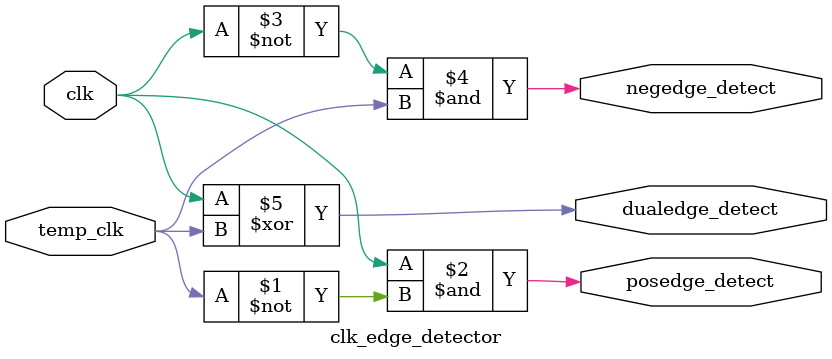
<source format=v>
`timescale 1ns / 1ps

module clk_edge_detector(
    input clk, temp_clk,
    output posedge_detect, negedge_detect, dualedge_detect
    );
    
    assign posedge_detect= clk & (~temp_clk);
    assign negedge_detect= (~clk) & temp_clk;
    assign dualedge_detect= clk ^ temp_clk;
endmodule
</source>
